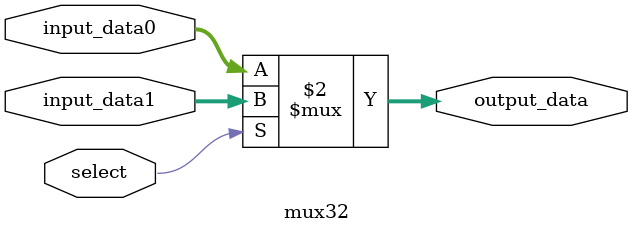
<source format=v>
/*
 * @Author: S.H.Y 
 * @Date: 2024-09-15 23:09:41 
 * @Last Modified by:   S.H.Y 
 * @Last Modified time: 2024-09-15 23:09:41 
 */
`timescale 1ns / 1ps
//////////////////////////////////////////////////////////////////////////////////
// Company: 
// Engineer: 
// 
// Create Date: 2024/09/14 21:42:34
// Design Name: 
// Module Name: mux32
// Project Name: 
// Target Devices: 
// Tool Versions: 
// Description: 
// 
// Dependencies: 
// 
// Revision:
// Revision 0.01 - File Created
// Additional Comments:
// 
//////////////////////////////////////////////////////////////////////////////////


module mux32(
    input  [31:0] input_data0,
    input  [31:0] input_data1,
    input         select,
    output [31:0] output_data
);
	
	assign output_data = (select == 1)? input_data1 : input_data0;


endmodule

</source>
